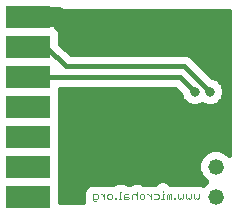
<source format=gbl>
G75*
%MOIN*%
%OFA0B0*%
%FSLAX25Y25*%
%IPPOS*%
%LPD*%
%AMOC8*
5,1,8,0,0,1.08239X$1,22.5*
%
%ADD10C,0.00400*%
%ADD11R,0.15000X0.07600*%
%ADD12C,0.05200*%
%ADD13C,0.01600*%
%ADD14C,0.06600*%
%ADD15C,0.03175*%
%ADD16C,0.02400*%
D10*
X0042182Y0005600D02*
X0042182Y0007601D01*
X0043383Y0007601D01*
X0043783Y0007201D01*
X0043783Y0006400D01*
X0043383Y0006000D01*
X0042182Y0006000D01*
X0042182Y0005600D02*
X0042582Y0005199D01*
X0042983Y0005199D01*
X0044731Y0007601D02*
X0045131Y0007601D01*
X0045932Y0006801D01*
X0045932Y0007601D02*
X0045932Y0006000D01*
X0046909Y0006400D02*
X0046909Y0007201D01*
X0047309Y0007601D01*
X0048110Y0007601D01*
X0048510Y0007201D01*
X0048510Y0006400D01*
X0048110Y0006000D01*
X0047309Y0006000D01*
X0046909Y0006400D01*
X0049399Y0006400D02*
X0049399Y0006000D01*
X0049799Y0006000D01*
X0049799Y0006400D01*
X0049399Y0006400D01*
X0050717Y0006000D02*
X0051518Y0006000D01*
X0051118Y0006000D02*
X0051118Y0008402D01*
X0051518Y0008402D01*
X0052495Y0007201D02*
X0052495Y0006000D01*
X0053696Y0006000D01*
X0054096Y0006400D01*
X0053696Y0006801D01*
X0052495Y0006801D01*
X0052495Y0007201D02*
X0052895Y0007601D01*
X0053696Y0007601D01*
X0055073Y0007201D02*
X0055073Y0006000D01*
X0055073Y0007201D02*
X0055473Y0007601D01*
X0056274Y0007601D01*
X0056674Y0007201D01*
X0057651Y0007201D02*
X0058052Y0007601D01*
X0058852Y0007601D01*
X0059253Y0007201D01*
X0059253Y0006400D01*
X0058852Y0006000D01*
X0058052Y0006000D01*
X0057651Y0006400D01*
X0057651Y0007201D01*
X0056674Y0008402D02*
X0056674Y0006000D01*
X0060200Y0007601D02*
X0060600Y0007601D01*
X0061401Y0006801D01*
X0061401Y0007601D02*
X0061401Y0006000D01*
X0062378Y0006000D02*
X0063579Y0006000D01*
X0063979Y0006400D01*
X0063979Y0007201D01*
X0063579Y0007601D01*
X0062378Y0007601D01*
X0065298Y0007601D02*
X0065298Y0006000D01*
X0065698Y0006000D02*
X0064897Y0006000D01*
X0066675Y0006000D02*
X0066675Y0007201D01*
X0067075Y0007601D01*
X0067476Y0007201D01*
X0067476Y0006000D01*
X0068276Y0006000D02*
X0068276Y0007601D01*
X0067876Y0007601D01*
X0067476Y0007201D01*
X0065698Y0007601D02*
X0065298Y0007601D01*
X0065298Y0008402D02*
X0065298Y0008802D01*
X0069165Y0006400D02*
X0069165Y0006000D01*
X0069565Y0006000D01*
X0069565Y0006400D01*
X0069165Y0006400D01*
X0070542Y0006400D02*
X0070943Y0006000D01*
X0071343Y0006400D01*
X0071743Y0006000D01*
X0072144Y0006400D01*
X0072144Y0007601D01*
X0073120Y0007601D02*
X0073120Y0006400D01*
X0073521Y0006000D01*
X0073921Y0006400D01*
X0074321Y0006000D01*
X0074722Y0006400D01*
X0074722Y0007601D01*
X0075699Y0007601D02*
X0075699Y0006400D01*
X0076099Y0006000D01*
X0076499Y0006400D01*
X0076900Y0006000D01*
X0077300Y0006400D01*
X0077300Y0007601D01*
X0070542Y0007601D02*
X0070542Y0006400D01*
D11*
X0020500Y0006800D03*
X0020500Y0016800D03*
X0020500Y0026800D03*
X0020500Y0036800D03*
X0020500Y0046800D03*
X0020500Y0056800D03*
X0020500Y0066800D03*
D12*
X0083000Y0016800D03*
X0083000Y0006800D03*
D13*
X0078699Y0010702D02*
X0077976Y0011001D01*
X0076624Y0011001D01*
X0076499Y0010950D01*
X0076375Y0011001D01*
X0074045Y0011001D01*
X0073921Y0010950D01*
X0073797Y0011001D01*
X0071467Y0011001D01*
X0071343Y0010950D01*
X0071219Y0011001D01*
X0069866Y0011001D01*
X0069409Y0010812D01*
X0068953Y0011001D01*
X0067907Y0011001D01*
X0067224Y0011685D01*
X0065974Y0012202D01*
X0064621Y0012202D01*
X0063372Y0011685D01*
X0062688Y0011001D01*
X0058883Y0011001D01*
X0058600Y0011284D01*
X0057351Y0011802D01*
X0055998Y0011802D01*
X0054748Y0011284D01*
X0054438Y0010974D01*
X0054372Y0011001D01*
X0053727Y0011001D01*
X0053444Y0011284D01*
X0052194Y0011802D01*
X0050441Y0011802D01*
X0049192Y0011284D01*
X0048873Y0010965D01*
X0048786Y0011001D01*
X0048117Y0011001D01*
X0047434Y0011001D01*
X0047434Y0011001D01*
X0046633Y0011001D01*
X0046620Y0010996D01*
X0046608Y0011001D01*
X0043391Y0011001D01*
X0042707Y0011001D01*
X0041506Y0011001D01*
X0040256Y0010484D01*
X0039300Y0009527D01*
X0038782Y0008278D01*
X0038782Y0005000D01*
X0031200Y0005000D01*
X0031200Y0011237D01*
X0030967Y0011800D01*
X0031200Y0012363D01*
X0031200Y0021237D01*
X0030967Y0021800D01*
X0031200Y0022363D01*
X0031200Y0031237D01*
X0030967Y0031800D01*
X0031200Y0032363D01*
X0031200Y0041237D01*
X0030967Y0041800D01*
X0031200Y0042363D01*
X0031200Y0042800D01*
X0069343Y0042800D01*
X0071213Y0040931D01*
X0071213Y0040848D01*
X0071941Y0039088D01*
X0073288Y0037741D01*
X0075048Y0037013D01*
X0076952Y0037013D01*
X0078500Y0037654D01*
X0080048Y0037013D01*
X0081952Y0037013D01*
X0083712Y0037741D01*
X0085059Y0039088D01*
X0085787Y0040848D01*
X0085787Y0042752D01*
X0085059Y0044512D01*
X0083712Y0045859D01*
X0081952Y0046587D01*
X0081869Y0046587D01*
X0074766Y0053691D01*
X0073296Y0054300D01*
X0034657Y0054300D01*
X0031200Y0057757D01*
X0031200Y0061237D01*
X0030713Y0062413D01*
X0029813Y0063313D01*
X0029800Y0063318D01*
X0029800Y0066000D01*
X0021300Y0066000D01*
X0021300Y0067600D01*
X0029800Y0067600D01*
X0029800Y0068600D01*
X0087300Y0068600D01*
X0087300Y0020702D01*
X0086285Y0021717D01*
X0084154Y0022600D01*
X0081846Y0022600D01*
X0079715Y0021717D01*
X0078083Y0020085D01*
X0077200Y0017954D01*
X0077200Y0015646D01*
X0078083Y0013515D01*
X0079715Y0011883D01*
X0079915Y0011800D01*
X0079715Y0011717D01*
X0078699Y0010702D01*
X0079389Y0011391D02*
X0067517Y0011391D01*
X0063078Y0011391D02*
X0058343Y0011391D01*
X0055006Y0011391D02*
X0053186Y0011391D01*
X0049449Y0011391D02*
X0031136Y0011391D01*
X0031200Y0009793D02*
X0039565Y0009793D01*
X0038782Y0008194D02*
X0031200Y0008194D01*
X0031200Y0006596D02*
X0038782Y0006596D01*
X0042707Y0011001D02*
X0042707Y0011001D01*
X0048786Y0011001D02*
X0048786Y0011001D01*
X0048786Y0011001D01*
X0031200Y0012990D02*
X0078608Y0012990D01*
X0077638Y0014588D02*
X0031200Y0014588D01*
X0031200Y0016187D02*
X0077200Y0016187D01*
X0077200Y0017785D02*
X0031200Y0017785D01*
X0031200Y0019384D02*
X0077792Y0019384D01*
X0078980Y0020982D02*
X0031200Y0020982D01*
X0031200Y0022581D02*
X0081800Y0022581D01*
X0084200Y0022581D02*
X0087300Y0022581D01*
X0087300Y0024179D02*
X0031200Y0024179D01*
X0031200Y0025778D02*
X0087300Y0025778D01*
X0087300Y0027376D02*
X0031200Y0027376D01*
X0031200Y0028975D02*
X0087300Y0028975D01*
X0087300Y0030573D02*
X0031200Y0030573D01*
X0031121Y0032172D02*
X0087300Y0032172D01*
X0087300Y0033770D02*
X0031200Y0033770D01*
X0031200Y0035369D02*
X0087300Y0035369D01*
X0087300Y0036967D02*
X0031200Y0036967D01*
X0031200Y0038566D02*
X0072464Y0038566D01*
X0071496Y0040164D02*
X0031200Y0040164D01*
X0030982Y0041763D02*
X0070380Y0041763D01*
X0071000Y0046800D02*
X0020500Y0046800D01*
X0026500Y0056800D02*
X0033000Y0050300D01*
X0072500Y0050300D01*
X0081000Y0041800D01*
X0085504Y0040164D02*
X0087300Y0040164D01*
X0087300Y0038566D02*
X0084536Y0038566D01*
X0085787Y0041763D02*
X0087300Y0041763D01*
X0087300Y0043361D02*
X0085535Y0043361D01*
X0084611Y0044960D02*
X0087300Y0044960D01*
X0087300Y0046558D02*
X0082022Y0046558D01*
X0080300Y0048157D02*
X0087300Y0048157D01*
X0087300Y0049755D02*
X0078702Y0049755D01*
X0077103Y0051354D02*
X0087300Y0051354D01*
X0087300Y0052952D02*
X0075504Y0052952D01*
X0071000Y0046800D02*
X0076000Y0041800D01*
X0087300Y0054551D02*
X0034406Y0054551D01*
X0032807Y0056149D02*
X0087300Y0056149D01*
X0087300Y0057748D02*
X0031209Y0057748D01*
X0031200Y0059346D02*
X0087300Y0059346D01*
X0087300Y0060945D02*
X0031200Y0060945D01*
X0030582Y0062543D02*
X0087300Y0062543D01*
X0087300Y0064142D02*
X0029800Y0064142D01*
X0029800Y0065740D02*
X0087300Y0065740D01*
X0087300Y0067339D02*
X0021300Y0067339D01*
X0087020Y0020982D02*
X0087300Y0020982D01*
D14*
X0030500Y0066800D02*
X0020500Y0066800D01*
D15*
X0033000Y0059300D03*
X0039500Y0055300D03*
X0040500Y0060300D03*
X0059000Y0064800D03*
X0059000Y0067800D03*
X0064000Y0067800D03*
X0064000Y0064800D03*
X0076000Y0041800D03*
X0081000Y0041800D03*
X0086000Y0030800D03*
X0086000Y0026800D03*
X0060500Y0038800D03*
X0050500Y0038800D03*
X0036000Y0041300D03*
X0032000Y0041300D03*
D16*
X0026500Y0056800D02*
X0020500Y0056800D01*
M02*

</source>
